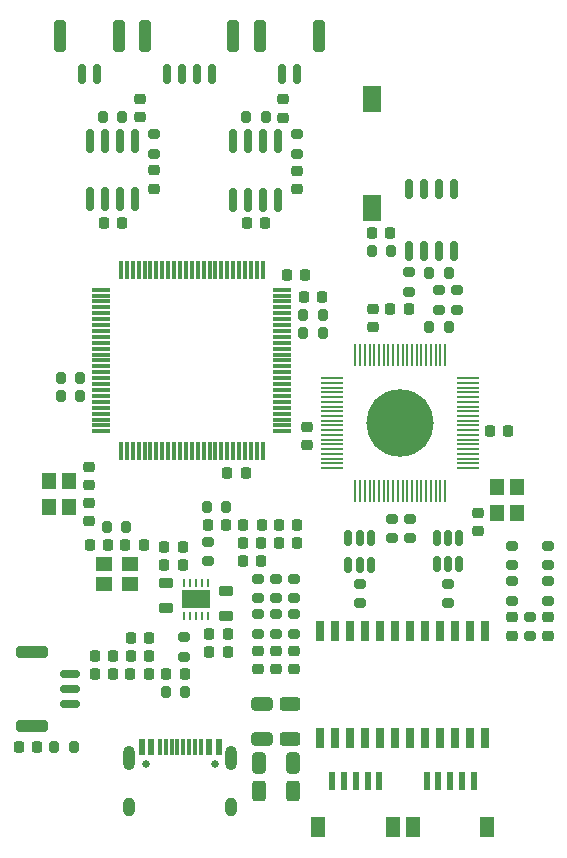
<source format=gbr>
%TF.GenerationSoftware,KiCad,Pcbnew,(6.0.1)*%
%TF.CreationDate,2023-04-01T17:19:45+08:00*%
%TF.ProjectId,EtherCAT2XXX,45746865-7243-4415-9432-5858582e6b69,rev?*%
%TF.SameCoordinates,Original*%
%TF.FileFunction,Soldermask,Top*%
%TF.FilePolarity,Negative*%
%FSLAX46Y46*%
G04 Gerber Fmt 4.6, Leading zero omitted, Abs format (unit mm)*
G04 Created by KiCad (PCBNEW (6.0.1)) date 2023-04-01 17:19:45*
%MOMM*%
%LPD*%
G01*
G04 APERTURE LIST*
G04 Aperture macros list*
%AMRoundRect*
0 Rectangle with rounded corners*
0 $1 Rounding radius*
0 $2 $3 $4 $5 $6 $7 $8 $9 X,Y pos of 4 corners*
0 Add a 4 corners polygon primitive as box body*
4,1,4,$2,$3,$4,$5,$6,$7,$8,$9,$2,$3,0*
0 Add four circle primitives for the rounded corners*
1,1,$1+$1,$2,$3*
1,1,$1+$1,$4,$5*
1,1,$1+$1,$6,$7*
1,1,$1+$1,$8,$9*
0 Add four rect primitives between the rounded corners*
20,1,$1+$1,$2,$3,$4,$5,0*
20,1,$1+$1,$4,$5,$6,$7,0*
20,1,$1+$1,$6,$7,$8,$9,0*
20,1,$1+$1,$8,$9,$2,$3,0*%
G04 Aperture macros list end*
%ADD10RoundRect,0.200000X0.200000X0.275000X-0.200000X0.275000X-0.200000X-0.275000X0.200000X-0.275000X0*%
%ADD11RoundRect,0.200000X0.275000X-0.200000X0.275000X0.200000X-0.275000X0.200000X-0.275000X-0.200000X0*%
%ADD12RoundRect,0.150000X-0.150000X0.675000X-0.150000X-0.675000X0.150000X-0.675000X0.150000X0.675000X0*%
%ADD13RoundRect,0.200000X-0.200000X-0.275000X0.200000X-0.275000X0.200000X0.275000X-0.200000X0.275000X0*%
%ADD14RoundRect,0.250000X-0.625000X0.312500X-0.625000X-0.312500X0.625000X-0.312500X0.625000X0.312500X0*%
%ADD15RoundRect,0.225000X0.250000X-0.225000X0.250000X0.225000X-0.250000X0.225000X-0.250000X-0.225000X0*%
%ADD16RoundRect,0.218750X-0.381250X0.218750X-0.381250X-0.218750X0.381250X-0.218750X0.381250X0.218750X0*%
%ADD17RoundRect,0.218750X0.381250X-0.218750X0.381250X0.218750X-0.381250X0.218750X-0.381250X-0.218750X0*%
%ADD18RoundRect,0.225000X-0.225000X-0.250000X0.225000X-0.250000X0.225000X0.250000X-0.225000X0.250000X0*%
%ADD19RoundRect,0.225000X0.225000X0.250000X-0.225000X0.250000X-0.225000X-0.250000X0.225000X-0.250000X0*%
%ADD20RoundRect,0.250000X-0.312500X-0.625000X0.312500X-0.625000X0.312500X0.625000X-0.312500X0.625000X0*%
%ADD21RoundRect,0.250000X0.650000X-0.325000X0.650000X0.325000X-0.650000X0.325000X-0.650000X-0.325000X0*%
%ADD22RoundRect,0.200000X-0.275000X0.200000X-0.275000X-0.200000X0.275000X-0.200000X0.275000X0.200000X0*%
%ADD23R,1.200000X1.400000*%
%ADD24RoundRect,0.150000X-0.150000X0.512500X-0.150000X-0.512500X0.150000X-0.512500X0.150000X0.512500X0*%
%ADD25R,1.600000X2.180000*%
%ADD26RoundRect,0.150000X0.150000X-0.825000X0.150000X0.825000X-0.150000X0.825000X-0.150000X-0.825000X0*%
%ADD27RoundRect,0.218750X0.218750X0.256250X-0.218750X0.256250X-0.218750X-0.256250X0.218750X-0.256250X0*%
%ADD28RoundRect,0.218750X0.256250X-0.218750X0.256250X0.218750X-0.256250X0.218750X-0.256250X-0.218750X0*%
%ADD29RoundRect,0.150000X0.150000X0.700000X-0.150000X0.700000X-0.150000X-0.700000X0.150000X-0.700000X0*%
%ADD30RoundRect,0.250000X0.250000X1.100000X-0.250000X1.100000X-0.250000X-1.100000X0.250000X-1.100000X0*%
%ADD31RoundRect,0.225000X-0.250000X0.225000X-0.250000X-0.225000X0.250000X-0.225000X0.250000X0.225000X0*%
%ADD32R,1.400000X1.200000*%
%ADD33R,0.280000X0.665000*%
%ADD34R,2.475000X1.625000*%
%ADD35R,0.760000X1.700000*%
%ADD36RoundRect,0.150000X-0.700000X0.150000X-0.700000X-0.150000X0.700000X-0.150000X0.700000X0.150000X0*%
%ADD37RoundRect,0.250000X-1.100000X0.250000X-1.100000X-0.250000X1.100000X-0.250000X1.100000X0.250000X0*%
%ADD38R,0.600000X1.500000*%
%ADD39R,1.200000X1.800000*%
%ADD40RoundRect,0.218750X-0.218750X-0.256250X0.218750X-0.256250X0.218750X0.256250X-0.218750X0.256250X0*%
%ADD41C,0.650000*%
%ADD42R,0.600000X1.450000*%
%ADD43R,0.300000X1.450000*%
%ADD44O,1.000000X2.100000*%
%ADD45O,1.000000X1.600000*%
%ADD46RoundRect,0.075000X0.075000X-0.725000X0.075000X0.725000X-0.075000X0.725000X-0.075000X-0.725000X0*%
%ADD47RoundRect,0.075000X0.725000X-0.075000X0.725000X0.075000X-0.725000X0.075000X-0.725000X-0.075000X0*%
%ADD48O,2.000000X0.220000*%
%ADD49O,0.220000X2.000000*%
%ADD50O,5.700000X5.700000*%
%ADD51RoundRect,0.250000X-0.325000X-0.650000X0.325000X-0.650000X0.325000X0.650000X-0.325000X0.650000X0*%
G04 APERTURE END LIST*
D10*
%TO.C,R49*%
X32225000Y50210000D03*
X30575000Y50210000D03*
%TD*%
D11*
%TO.C,R25*%
X12160000Y58455000D03*
X12160000Y60105000D03*
%TD*%
D12*
%TO.C,U9*%
X37545000Y55445000D03*
X36275000Y55445000D03*
X35005000Y55445000D03*
X33735000Y55445000D03*
X33735000Y50195000D03*
X35005000Y50195000D03*
X36275000Y50195000D03*
X37545000Y50195000D03*
%TD*%
D13*
%TO.C,R6*%
X13150000Y12890000D03*
X14800000Y12890000D03*
%TD*%
D14*
%TO.C,R8*%
X23656665Y11849151D03*
X23656665Y8924151D03*
%TD*%
D15*
%TO.C,C29*%
X10940000Y61535000D03*
X10940000Y63085000D03*
%TD*%
D16*
%TO.C,L3*%
X13190000Y22122500D03*
X13190000Y19997500D03*
%TD*%
D17*
%TO.C,L2*%
X18250000Y19307500D03*
X18250000Y21432500D03*
%TD*%
D18*
%TO.C,C38*%
X18365000Y31440000D03*
X19915000Y31440000D03*
%TD*%
D19*
%TO.C,C30*%
X21565000Y52550000D03*
X20015000Y52550000D03*
%TD*%
D20*
%TO.C,R11*%
X21021665Y4509151D03*
X23946665Y4509151D03*
%TD*%
D21*
%TO.C,C19*%
X21326665Y8901651D03*
X21326665Y11851651D03*
%TD*%
D22*
%TO.C,R18*%
X45510000Y22253750D03*
X45510000Y20603750D03*
%TD*%
D18*
%TO.C,C17*%
X22725000Y27030000D03*
X24275000Y27030000D03*
%TD*%
D23*
%TO.C,Y2*%
X3285000Y30740000D03*
X3285000Y28540000D03*
X4985000Y28540000D03*
X4985000Y30740000D03*
%TD*%
D24*
%TO.C,U3*%
X37991665Y25954151D03*
X37041665Y25954151D03*
X36091665Y25954151D03*
X36091665Y23679151D03*
X37041665Y23679151D03*
X37991665Y23679151D03*
%TD*%
D25*
%TO.C,SW1*%
X30620000Y63070000D03*
X30620000Y53890000D03*
%TD*%
D18*
%TO.C,C5*%
X13040000Y23610000D03*
X14590000Y23610000D03*
%TD*%
D26*
%TO.C,U6*%
X6765000Y54585000D03*
X8035000Y54585000D03*
X9305000Y54585000D03*
X10575000Y54585000D03*
X10575000Y59535000D03*
X9305000Y59535000D03*
X8035000Y59535000D03*
X6765000Y59535000D03*
%TD*%
D18*
%TO.C,C15*%
X22720000Y25510000D03*
X24270000Y25510000D03*
%TD*%
%TO.C,C12*%
X10185000Y17450000D03*
X11735000Y17450000D03*
%TD*%
D22*
%TO.C,R28*%
X37790000Y46885000D03*
X37790000Y45235000D03*
%TD*%
D11*
%TO.C,R9*%
X37051665Y20401651D03*
X37051665Y22051651D03*
%TD*%
%TO.C,R36*%
X20950000Y17795000D03*
X20950000Y19445000D03*
%TD*%
D27*
%TO.C,FB2*%
X11742500Y14400000D03*
X10167500Y14400000D03*
%TD*%
D28*
%TO.C,D7*%
X20950000Y14812500D03*
X20950000Y16387500D03*
%TD*%
D18*
%TO.C,C8*%
X13040000Y25130000D03*
X14590000Y25130000D03*
%TD*%
D22*
%TO.C,R35*%
X23990000Y22465000D03*
X23990000Y20815000D03*
%TD*%
D19*
%TO.C,C50*%
X24975000Y48200000D03*
X23425000Y48200000D03*
%TD*%
D29*
%TO.C,J5*%
X24265000Y65220000D03*
X23015000Y65220000D03*
D30*
X21165000Y68420000D03*
X26115000Y68420000D03*
%TD*%
D22*
%TO.C,R31*%
X33850000Y27545000D03*
X33850000Y25895000D03*
%TD*%
D31*
%TO.C,C55*%
X6625000Y28910000D03*
X6625000Y27360000D03*
%TD*%
D11*
%TO.C,R19*%
X43980000Y17583750D03*
X43980000Y19233750D03*
%TD*%
D19*
%TO.C,C7*%
X18395000Y17830000D03*
X16845000Y17830000D03*
%TD*%
%TO.C,C34*%
X33730000Y45310000D03*
X32180000Y45310000D03*
%TD*%
D29*
%TO.C,J7*%
X17035000Y65220000D03*
X15785000Y65220000D03*
X14535000Y65220000D03*
X13285000Y65220000D03*
D30*
X11435000Y68420000D03*
X18885000Y68420000D03*
%TD*%
D13*
%TO.C,R27*%
X19955000Y61530000D03*
X21605000Y61530000D03*
%TD*%
D22*
%TO.C,R33*%
X20950000Y22465000D03*
X20950000Y20815000D03*
%TD*%
D15*
%TO.C,C31*%
X23060000Y61515000D03*
X23060000Y63065000D03*
%TD*%
D28*
%TO.C,D8*%
X22470000Y14812500D03*
X22470000Y16387500D03*
%TD*%
%TO.C,D9*%
X23990000Y14812500D03*
X23990000Y16387500D03*
%TD*%
D11*
%TO.C,R37*%
X22470000Y17795000D03*
X22470000Y19445000D03*
%TD*%
D22*
%TO.C,R32*%
X32330000Y27545000D03*
X32330000Y25895000D03*
%TD*%
D19*
%TO.C,C32*%
X9435000Y52570000D03*
X7885000Y52570000D03*
%TD*%
D32*
%TO.C,Y1*%
X7890000Y21990000D03*
X10090000Y21990000D03*
X10090000Y23690000D03*
X7890000Y23690000D03*
%TD*%
D13*
%TO.C,R29*%
X35445000Y43790000D03*
X37095000Y43790000D03*
%TD*%
D33*
%TO.C,U2*%
X16720000Y22121750D03*
X16220000Y22121750D03*
X15720000Y22121750D03*
X15220000Y22121750D03*
X14720000Y22121750D03*
X14720000Y19307750D03*
X15220000Y19307750D03*
X15720000Y19307750D03*
X16220000Y19307750D03*
X16720000Y19307750D03*
D34*
X15720000Y20714750D03*
%TD*%
D11*
%TO.C,R39*%
X42450000Y23625000D03*
X42450000Y25275000D03*
%TD*%
D35*
%TO.C,L4*%
X26246665Y9006651D03*
X27516665Y9006651D03*
X28786665Y9006651D03*
X30056665Y9006651D03*
X31326665Y9006651D03*
X32596665Y9006651D03*
X33866665Y9006651D03*
X35136665Y9006651D03*
X36406665Y9006651D03*
X37676665Y9006651D03*
X38946665Y9006651D03*
X40216665Y9006651D03*
X40216665Y18056651D03*
X38946665Y18056651D03*
X37676665Y18056651D03*
X36406665Y18056651D03*
X35136665Y18056651D03*
X33866665Y18056651D03*
X32596665Y18056651D03*
X31326665Y18056651D03*
X30056665Y18056651D03*
X28786665Y18056651D03*
X27516665Y18056651D03*
X26246665Y18056651D03*
%TD*%
D36*
%TO.C,J6*%
X5030000Y14390000D03*
X5030000Y13140000D03*
X5030000Y11890000D03*
D37*
X1830000Y10040000D03*
X1830000Y16240000D03*
%TD*%
D13*
%TO.C,R47*%
X24805000Y44780000D03*
X26455000Y44780000D03*
%TD*%
D18*
%TO.C,C44*%
X40575000Y34950000D03*
X42125000Y34950000D03*
%TD*%
D28*
%TO.C,D1*%
X42450000Y17623750D03*
X42450000Y19198750D03*
%TD*%
D38*
%TO.C,CN1*%
X39234165Y5359151D03*
X38234165Y5359151D03*
X37234165Y5359151D03*
X36234165Y5359151D03*
X35234165Y5359151D03*
D39*
X34084165Y1459151D03*
X40384165Y1459151D03*
%TD*%
D24*
%TO.C,U4*%
X30511665Y25951651D03*
X29561665Y25951651D03*
X28611665Y25951651D03*
X28611665Y23676651D03*
X29561665Y23676651D03*
X30511665Y23676651D03*
%TD*%
D19*
%TO.C,C54*%
X32175000Y51730000D03*
X30625000Y51730000D03*
%TD*%
%TO.C,C13*%
X21250000Y25510000D03*
X19700000Y25510000D03*
%TD*%
D23*
%TO.C,X1*%
X42890000Y28070000D03*
X42890000Y30270000D03*
X41190000Y30270000D03*
X41190000Y28070000D03*
%TD*%
D13*
%TO.C,R26*%
X7835000Y61560000D03*
X9485000Y61560000D03*
%TD*%
D31*
%TO.C,C46*%
X39550000Y28065000D03*
X39550000Y26515000D03*
%TD*%
D22*
%TO.C,R17*%
X42450000Y22256250D03*
X42450000Y20606250D03*
%TD*%
D19*
%TO.C,C9*%
X18240000Y27030000D03*
X16690000Y27030000D03*
%TD*%
%TO.C,C18*%
X8710000Y14410000D03*
X7160000Y14410000D03*
%TD*%
D26*
%TO.C,U7*%
X18885000Y54565000D03*
X20155000Y54565000D03*
X21425000Y54565000D03*
X22695000Y54565000D03*
X22695000Y59515000D03*
X21425000Y59515000D03*
X20155000Y59515000D03*
X18885000Y59515000D03*
%TD*%
D19*
%TO.C,C10*%
X14750000Y14410000D03*
X13200000Y14410000D03*
%TD*%
D15*
%TO.C,C56*%
X6625000Y30380000D03*
X6625000Y31930000D03*
%TD*%
D40*
%TO.C,D4*%
X700000Y8240000D03*
X2275000Y8240000D03*
%TD*%
D11*
%TO.C,R10*%
X29556665Y20399151D03*
X29556665Y22049151D03*
%TD*%
D10*
%TO.C,R46*%
X5925000Y39470000D03*
X4275000Y39470000D03*
%TD*%
D38*
%TO.C,CN2*%
X31234165Y5359151D03*
X30234165Y5359151D03*
X29234165Y5359151D03*
X28234165Y5359151D03*
X27234165Y5359151D03*
D39*
X26084165Y1459151D03*
X32384165Y1459151D03*
%TD*%
D18*
%TO.C,C14*%
X10185000Y15930000D03*
X11735000Y15930000D03*
%TD*%
%TO.C,C63*%
X24855000Y46310000D03*
X26405000Y46310000D03*
%TD*%
D19*
%TO.C,C16*%
X8710000Y15930000D03*
X7160000Y15930000D03*
%TD*%
D22*
%TO.C,R5*%
X16715000Y25585000D03*
X16715000Y23935000D03*
%TD*%
D31*
%TO.C,C35*%
X25070000Y35315000D03*
X25070000Y33765000D03*
%TD*%
D22*
%TO.C,R42*%
X33730000Y48405000D03*
X33730000Y46755000D03*
%TD*%
%TO.C,R43*%
X36270000Y46885000D03*
X36270000Y45235000D03*
%TD*%
D10*
%TO.C,R48*%
X26455000Y43260000D03*
X24805000Y43260000D03*
%TD*%
D15*
%TO.C,C33*%
X30690000Y43795000D03*
X30690000Y45345000D03*
%TD*%
D28*
%TO.C,D6*%
X12160000Y55462500D03*
X12160000Y57037500D03*
%TD*%
D22*
%TO.C,R34*%
X22470000Y22465000D03*
X22470000Y20815000D03*
%TD*%
D29*
%TO.C,J4*%
X7305000Y65210000D03*
X6055000Y65210000D03*
D30*
X4205000Y68410000D03*
X9155000Y68410000D03*
%TD*%
D13*
%TO.C,R23*%
X3692500Y8240000D03*
X5342500Y8240000D03*
%TD*%
D40*
%TO.C,FB1*%
X19692500Y27030000D03*
X21267500Y27030000D03*
%TD*%
D11*
%TO.C,R24*%
X24280000Y58435000D03*
X24280000Y60085000D03*
%TD*%
D41*
%TO.C,J8*%
X11505000Y6800000D03*
X17285000Y6800000D03*
D42*
X11145000Y8245000D03*
X11945000Y8245000D03*
D43*
X13145000Y8245000D03*
X14145000Y8245000D03*
X14645000Y8245000D03*
X15645000Y8245000D03*
D42*
X16845000Y8245000D03*
X17645000Y8245000D03*
X17645000Y8245000D03*
X16845000Y8245000D03*
D43*
X16145000Y8245000D03*
X15145000Y8245000D03*
X13645000Y8245000D03*
X12645000Y8245000D03*
D42*
X11945000Y8245000D03*
X11145000Y8245000D03*
D44*
X10075000Y7330000D03*
D45*
X18715000Y3150000D03*
X10075000Y3150000D03*
D44*
X18715000Y7330000D03*
%TD*%
D11*
%TO.C,R7*%
X14725000Y15855000D03*
X14725000Y17505000D03*
%TD*%
D10*
%TO.C,R4*%
X18290000Y28550000D03*
X16640000Y28550000D03*
%TD*%
%TO.C,R41*%
X37095000Y48330000D03*
X35445000Y48330000D03*
%TD*%
D46*
%TO.C,U5*%
X9360000Y33275000D03*
X9860000Y33275000D03*
X10360000Y33275000D03*
X10860000Y33275000D03*
X11360000Y33275000D03*
X11860000Y33275000D03*
X12360000Y33275000D03*
X12860000Y33275000D03*
X13360000Y33275000D03*
X13860000Y33275000D03*
X14360000Y33275000D03*
X14860000Y33275000D03*
X15360000Y33275000D03*
X15860000Y33275000D03*
X16360000Y33275000D03*
X16860000Y33275000D03*
X17360000Y33275000D03*
X17860000Y33275000D03*
X18360000Y33275000D03*
X18860000Y33275000D03*
X19360000Y33275000D03*
X19860000Y33275000D03*
X20360000Y33275000D03*
X20860000Y33275000D03*
X21360000Y33275000D03*
D47*
X23035000Y34950000D03*
X23035000Y35450000D03*
X23035000Y35950000D03*
X23035000Y36450000D03*
X23035000Y36950000D03*
X23035000Y37450000D03*
X23035000Y37950000D03*
X23035000Y38450000D03*
X23035000Y38950000D03*
X23035000Y39450000D03*
X23035000Y39950000D03*
X23035000Y40450000D03*
X23035000Y40950000D03*
X23035000Y41450000D03*
X23035000Y41950000D03*
X23035000Y42450000D03*
X23035000Y42950000D03*
X23035000Y43450000D03*
X23035000Y43950000D03*
X23035000Y44450000D03*
X23035000Y44950000D03*
X23035000Y45450000D03*
X23035000Y45950000D03*
X23035000Y46450000D03*
X23035000Y46950000D03*
D46*
X21360000Y48625000D03*
X20860000Y48625000D03*
X20360000Y48625000D03*
X19860000Y48625000D03*
X19360000Y48625000D03*
X18860000Y48625000D03*
X18360000Y48625000D03*
X17860000Y48625000D03*
X17360000Y48625000D03*
X16860000Y48625000D03*
X16360000Y48625000D03*
X15860000Y48625000D03*
X15360000Y48625000D03*
X14860000Y48625000D03*
X14360000Y48625000D03*
X13860000Y48625000D03*
X13360000Y48625000D03*
X12860000Y48625000D03*
X12360000Y48625000D03*
X11860000Y48625000D03*
X11360000Y48625000D03*
X10860000Y48625000D03*
X10360000Y48625000D03*
X9860000Y48625000D03*
X9360000Y48625000D03*
D47*
X7685000Y46950000D03*
X7685000Y46450000D03*
X7685000Y45950000D03*
X7685000Y45450000D03*
X7685000Y44950000D03*
X7685000Y44450000D03*
X7685000Y43950000D03*
X7685000Y43450000D03*
X7685000Y42950000D03*
X7685000Y42450000D03*
X7685000Y41950000D03*
X7685000Y41450000D03*
X7685000Y40950000D03*
X7685000Y40450000D03*
X7685000Y39950000D03*
X7685000Y39450000D03*
X7685000Y38950000D03*
X7685000Y38450000D03*
X7685000Y37950000D03*
X7685000Y37450000D03*
X7685000Y36950000D03*
X7685000Y36450000D03*
X7685000Y35950000D03*
X7685000Y35450000D03*
X7685000Y34950000D03*
%TD*%
D19*
%TO.C,C28*%
X8255000Y25330000D03*
X6705000Y25330000D03*
%TD*%
D18*
%TO.C,C27*%
X9725000Y25330000D03*
X11275000Y25330000D03*
%TD*%
D19*
%TO.C,C11*%
X21250000Y23990000D03*
X19700000Y23990000D03*
%TD*%
D48*
%TO.C,U8*%
X27255000Y39450000D03*
X27255000Y39050000D03*
X27255000Y38650000D03*
X27255000Y38250000D03*
X27255000Y37850000D03*
X27255000Y37450000D03*
X27255000Y37050000D03*
X27255000Y36650000D03*
X27255000Y36250000D03*
X27255000Y35850000D03*
X27255000Y35450000D03*
X27255000Y35050000D03*
X27255000Y34650000D03*
X27255000Y34250000D03*
X27255000Y33850000D03*
X27255000Y33450000D03*
X27255000Y33050000D03*
X27255000Y32650000D03*
X27255000Y32250000D03*
X27255000Y31850000D03*
D49*
X29205000Y29900000D03*
X29605000Y29900000D03*
X30005000Y29900000D03*
X30405000Y29900000D03*
X30805000Y29900000D03*
X31205000Y29900000D03*
X31605000Y29900000D03*
X32005000Y29900000D03*
X32405000Y29900000D03*
X32805000Y29900000D03*
X33205000Y29900000D03*
X33605000Y29900000D03*
X34005000Y29900000D03*
X34405000Y29900000D03*
X34805000Y29900000D03*
X35205000Y29900000D03*
X35605000Y29900000D03*
X36005000Y29900000D03*
X36405000Y29900000D03*
X36805000Y29900000D03*
D48*
X38755000Y31850000D03*
X38755000Y32250000D03*
X38755000Y32650000D03*
X38755000Y33050000D03*
X38755000Y33450000D03*
X38755000Y33850000D03*
X38755000Y34250000D03*
X38755000Y34650000D03*
X38755000Y35050000D03*
X38755000Y35450000D03*
X38755000Y35850000D03*
X38755000Y36250000D03*
X38755000Y36650000D03*
X38755000Y37050000D03*
X38755000Y37450000D03*
X38755000Y37850000D03*
X38755000Y38250000D03*
X38755000Y38650000D03*
X38755000Y39050000D03*
X38755000Y39450000D03*
D49*
X36805000Y41400000D03*
X36405000Y41400000D03*
X36005000Y41400000D03*
X35605000Y41400000D03*
X35205000Y41400000D03*
X34805000Y41400000D03*
X34405000Y41400000D03*
X34005000Y41400000D03*
X33605000Y41400000D03*
X33205000Y41400000D03*
X32805000Y41400000D03*
X32405000Y41400000D03*
X32005000Y41400000D03*
X31605000Y41400000D03*
X31205000Y41400000D03*
X30805000Y41400000D03*
X30405000Y41400000D03*
X30005000Y41400000D03*
X29605000Y41400000D03*
X29205000Y41400000D03*
D50*
X33005000Y35650000D03*
%TD*%
D13*
%TO.C,R44*%
X4275000Y37950000D03*
X5925000Y37950000D03*
%TD*%
D11*
%TO.C,R38*%
X23990000Y17795000D03*
X23990000Y19445000D03*
%TD*%
D13*
%TO.C,R50*%
X8155000Y26860000D03*
X9805000Y26860000D03*
%TD*%
D28*
%TO.C,D2*%
X45510000Y17621250D03*
X45510000Y19196250D03*
%TD*%
D11*
%TO.C,R40*%
X45510000Y23635000D03*
X45510000Y25285000D03*
%TD*%
D28*
%TO.C,D5*%
X24280000Y55442500D03*
X24280000Y57017500D03*
%TD*%
D51*
%TO.C,C20*%
X21009165Y6849151D03*
X23959165Y6849151D03*
%TD*%
D19*
%TO.C,C6*%
X18395000Y16310000D03*
X16845000Y16310000D03*
%TD*%
M02*

</source>
